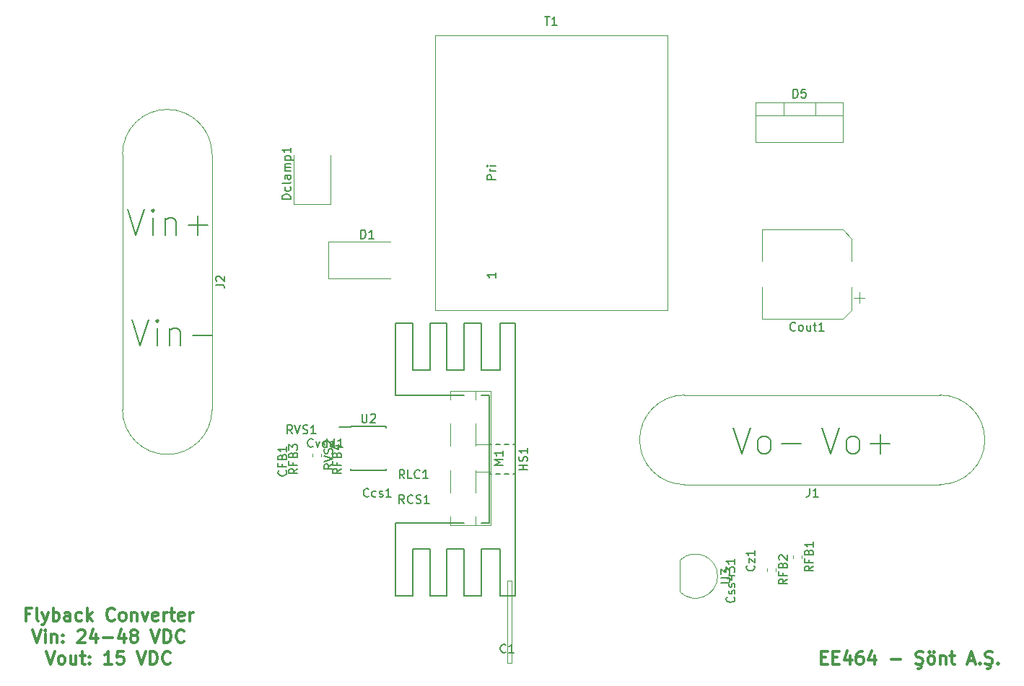
<source format=gbr>
%TF.GenerationSoftware,KiCad,Pcbnew,(5.1.6)-1*%
%TF.CreationDate,2020-06-23T23:46:23+03:00*%
%TF.ProjectId,flyback,666c7962-6163-46b2-9e6b-696361645f70,rev?*%
%TF.SameCoordinates,Original*%
%TF.FileFunction,Legend,Top*%
%TF.FilePolarity,Positive*%
%FSLAX46Y46*%
G04 Gerber Fmt 4.6, Leading zero omitted, Abs format (unit mm)*
G04 Created by KiCad (PCBNEW (5.1.6)-1) date 2020-06-23 23:46:23*
%MOMM*%
%LPD*%
G01*
G04 APERTURE LIST*
%ADD10C,0.150000*%
%ADD11C,0.120000*%
%ADD12C,0.300000*%
G04 APERTURE END LIST*
D10*
X152043428Y-46363142D02*
X153043428Y-49363142D01*
X154043428Y-46363142D01*
X155043428Y-49363142D02*
X155043428Y-47363142D01*
X155043428Y-46363142D02*
X154900571Y-46506000D01*
X155043428Y-46648857D01*
X155186285Y-46506000D01*
X155043428Y-46363142D01*
X155043428Y-46648857D01*
X156472000Y-47363142D02*
X156472000Y-49363142D01*
X156472000Y-47648857D02*
X156614857Y-47506000D01*
X156900571Y-47363142D01*
X157329142Y-47363142D01*
X157614857Y-47506000D01*
X157757714Y-47791714D01*
X157757714Y-49363142D01*
X159186285Y-48220285D02*
X161472000Y-48220285D01*
X160329142Y-49363142D02*
X160329142Y-47077428D01*
D11*
X196596000Y-99568000D02*
X196596000Y-89916000D01*
X197104000Y-99568000D02*
X196596000Y-99568000D01*
X197104000Y-89916000D02*
X197104000Y-99568000D01*
X196596000Y-89916000D02*
X197104000Y-89916000D01*
D10*
X233529714Y-72017142D02*
X234529714Y-75017142D01*
X235529714Y-72017142D01*
X236958285Y-75017142D02*
X236672571Y-74874285D01*
X236529714Y-74731428D01*
X236386857Y-74445714D01*
X236386857Y-73588571D01*
X236529714Y-73302857D01*
X236672571Y-73160000D01*
X236958285Y-73017142D01*
X237386857Y-73017142D01*
X237672571Y-73160000D01*
X237815428Y-73302857D01*
X237958285Y-73588571D01*
X237958285Y-74445714D01*
X237815428Y-74731428D01*
X237672571Y-74874285D01*
X237386857Y-75017142D01*
X236958285Y-75017142D01*
X239244000Y-73874285D02*
X241529714Y-73874285D01*
X240386857Y-75017142D02*
X240386857Y-72731428D01*
X223115714Y-72017142D02*
X224115714Y-75017142D01*
X225115714Y-72017142D01*
X226544285Y-75017142D02*
X226258571Y-74874285D01*
X226115714Y-74731428D01*
X225972857Y-74445714D01*
X225972857Y-73588571D01*
X226115714Y-73302857D01*
X226258571Y-73160000D01*
X226544285Y-73017142D01*
X226972857Y-73017142D01*
X227258571Y-73160000D01*
X227401428Y-73302857D01*
X227544285Y-73588571D01*
X227544285Y-74445714D01*
X227401428Y-74731428D01*
X227258571Y-74874285D01*
X226972857Y-75017142D01*
X226544285Y-75017142D01*
X228830000Y-73874285D02*
X231115714Y-73874285D01*
D12*
X233482857Y-98952857D02*
X233982857Y-98952857D01*
X234197142Y-99738571D02*
X233482857Y-99738571D01*
X233482857Y-98238571D01*
X234197142Y-98238571D01*
X234839999Y-98952857D02*
X235339999Y-98952857D01*
X235554285Y-99738571D02*
X234839999Y-99738571D01*
X234839999Y-98238571D01*
X235554285Y-98238571D01*
X236839999Y-98738571D02*
X236839999Y-99738571D01*
X236482857Y-98167142D02*
X236125714Y-99238571D01*
X237054285Y-99238571D01*
X238268571Y-98238571D02*
X237982857Y-98238571D01*
X237839999Y-98310000D01*
X237768571Y-98381428D01*
X237625714Y-98595714D01*
X237554285Y-98881428D01*
X237554285Y-99452857D01*
X237625714Y-99595714D01*
X237697142Y-99667142D01*
X237839999Y-99738571D01*
X238125714Y-99738571D01*
X238268571Y-99667142D01*
X238339999Y-99595714D01*
X238411428Y-99452857D01*
X238411428Y-99095714D01*
X238339999Y-98952857D01*
X238268571Y-98881428D01*
X238125714Y-98810000D01*
X237839999Y-98810000D01*
X237697142Y-98881428D01*
X237625714Y-98952857D01*
X237554285Y-99095714D01*
X239697142Y-98738571D02*
X239697142Y-99738571D01*
X239339999Y-98167142D02*
X238982857Y-99238571D01*
X239911428Y-99238571D01*
X241625714Y-99167142D02*
X242768571Y-99167142D01*
X244554285Y-99667142D02*
X244768571Y-99738571D01*
X245125714Y-99738571D01*
X245268571Y-99667142D01*
X245339999Y-99595714D01*
X245411428Y-99452857D01*
X245411428Y-99310000D01*
X245339999Y-99167142D01*
X245268571Y-99095714D01*
X245125714Y-99024285D01*
X244839999Y-98952857D01*
X244697142Y-98881428D01*
X244625714Y-98810000D01*
X244554285Y-98667142D01*
X244554285Y-98524285D01*
X244625714Y-98381428D01*
X244697142Y-98310000D01*
X244839999Y-98238571D01*
X245197142Y-98238571D01*
X245411428Y-98310000D01*
X244982857Y-99810000D02*
X245125714Y-99881428D01*
X245197142Y-100024285D01*
X245125714Y-100167142D01*
X244982857Y-100238571D01*
X244768571Y-100238571D01*
X246268571Y-99738571D02*
X246125714Y-99667142D01*
X246054285Y-99595714D01*
X245982857Y-99452857D01*
X245982857Y-99024285D01*
X246054285Y-98881428D01*
X246125714Y-98810000D01*
X246268571Y-98738571D01*
X246482857Y-98738571D01*
X246625714Y-98810000D01*
X246697142Y-98881428D01*
X246768571Y-99024285D01*
X246768571Y-99452857D01*
X246697142Y-99595714D01*
X246625714Y-99667142D01*
X246482857Y-99738571D01*
X246268571Y-99738571D01*
X246125714Y-98238571D02*
X246197142Y-98310000D01*
X246125714Y-98381428D01*
X246054285Y-98310000D01*
X246125714Y-98238571D01*
X246125714Y-98381428D01*
X246697142Y-98238571D02*
X246768571Y-98310000D01*
X246697142Y-98381428D01*
X246625714Y-98310000D01*
X246697142Y-98238571D01*
X246697142Y-98381428D01*
X247411428Y-98738571D02*
X247411428Y-99738571D01*
X247411428Y-98881428D02*
X247482857Y-98810000D01*
X247625714Y-98738571D01*
X247839999Y-98738571D01*
X247982857Y-98810000D01*
X248054285Y-98952857D01*
X248054285Y-99738571D01*
X248554285Y-98738571D02*
X249125714Y-98738571D01*
X248768571Y-98238571D02*
X248768571Y-99524285D01*
X248839999Y-99667142D01*
X248982857Y-99738571D01*
X249125714Y-99738571D01*
X250697142Y-99310000D02*
X251411428Y-99310000D01*
X250554285Y-99738571D02*
X251054285Y-98238571D01*
X251554285Y-99738571D01*
X252054285Y-99595714D02*
X252125714Y-99667142D01*
X252054285Y-99738571D01*
X251982857Y-99667142D01*
X252054285Y-99595714D01*
X252054285Y-99738571D01*
X252697142Y-99667142D02*
X252911428Y-99738571D01*
X253268571Y-99738571D01*
X253411428Y-99667142D01*
X253482857Y-99595714D01*
X253554285Y-99452857D01*
X253554285Y-99310000D01*
X253482857Y-99167142D01*
X253411428Y-99095714D01*
X253268571Y-99024285D01*
X252982857Y-98952857D01*
X252839999Y-98881428D01*
X252768571Y-98810000D01*
X252697142Y-98667142D01*
X252697142Y-98524285D01*
X252768571Y-98381428D01*
X252839999Y-98310000D01*
X252982857Y-98238571D01*
X253339999Y-98238571D01*
X253554285Y-98310000D01*
X253125714Y-99810000D02*
X253268571Y-99881428D01*
X253339999Y-100024285D01*
X253268571Y-100167142D01*
X253125714Y-100238571D01*
X252911428Y-100238571D01*
X254197142Y-99595714D02*
X254268571Y-99667142D01*
X254197142Y-99738571D01*
X254125714Y-99667142D01*
X254197142Y-99595714D01*
X254197142Y-99738571D01*
X140610000Y-93862857D02*
X140110000Y-93862857D01*
X140110000Y-94648571D02*
X140110000Y-93148571D01*
X140824285Y-93148571D01*
X141610000Y-94648571D02*
X141467142Y-94577142D01*
X141395714Y-94434285D01*
X141395714Y-93148571D01*
X142038571Y-93648571D02*
X142395714Y-94648571D01*
X142752857Y-93648571D02*
X142395714Y-94648571D01*
X142252857Y-95005714D01*
X142181428Y-95077142D01*
X142038571Y-95148571D01*
X143324285Y-94648571D02*
X143324285Y-93148571D01*
X143324285Y-93720000D02*
X143467142Y-93648571D01*
X143752857Y-93648571D01*
X143895714Y-93720000D01*
X143967142Y-93791428D01*
X144038571Y-93934285D01*
X144038571Y-94362857D01*
X143967142Y-94505714D01*
X143895714Y-94577142D01*
X143752857Y-94648571D01*
X143467142Y-94648571D01*
X143324285Y-94577142D01*
X145324285Y-94648571D02*
X145324285Y-93862857D01*
X145252857Y-93720000D01*
X145110000Y-93648571D01*
X144824285Y-93648571D01*
X144681428Y-93720000D01*
X145324285Y-94577142D02*
X145181428Y-94648571D01*
X144824285Y-94648571D01*
X144681428Y-94577142D01*
X144610000Y-94434285D01*
X144610000Y-94291428D01*
X144681428Y-94148571D01*
X144824285Y-94077142D01*
X145181428Y-94077142D01*
X145324285Y-94005714D01*
X146681428Y-94577142D02*
X146538571Y-94648571D01*
X146252857Y-94648571D01*
X146110000Y-94577142D01*
X146038571Y-94505714D01*
X145967142Y-94362857D01*
X145967142Y-93934285D01*
X146038571Y-93791428D01*
X146110000Y-93720000D01*
X146252857Y-93648571D01*
X146538571Y-93648571D01*
X146681428Y-93720000D01*
X147324285Y-94648571D02*
X147324285Y-93148571D01*
X147467142Y-94077142D02*
X147895714Y-94648571D01*
X147895714Y-93648571D02*
X147324285Y-94220000D01*
X150538571Y-94505714D02*
X150467142Y-94577142D01*
X150252857Y-94648571D01*
X150110000Y-94648571D01*
X149895714Y-94577142D01*
X149752857Y-94434285D01*
X149681428Y-94291428D01*
X149610000Y-94005714D01*
X149610000Y-93791428D01*
X149681428Y-93505714D01*
X149752857Y-93362857D01*
X149895714Y-93220000D01*
X150110000Y-93148571D01*
X150252857Y-93148571D01*
X150467142Y-93220000D01*
X150538571Y-93291428D01*
X151395714Y-94648571D02*
X151252857Y-94577142D01*
X151181428Y-94505714D01*
X151110000Y-94362857D01*
X151110000Y-93934285D01*
X151181428Y-93791428D01*
X151252857Y-93720000D01*
X151395714Y-93648571D01*
X151610000Y-93648571D01*
X151752857Y-93720000D01*
X151824285Y-93791428D01*
X151895714Y-93934285D01*
X151895714Y-94362857D01*
X151824285Y-94505714D01*
X151752857Y-94577142D01*
X151610000Y-94648571D01*
X151395714Y-94648571D01*
X152538571Y-93648571D02*
X152538571Y-94648571D01*
X152538571Y-93791428D02*
X152610000Y-93720000D01*
X152752857Y-93648571D01*
X152967142Y-93648571D01*
X153110000Y-93720000D01*
X153181428Y-93862857D01*
X153181428Y-94648571D01*
X153752857Y-93648571D02*
X154110000Y-94648571D01*
X154467142Y-93648571D01*
X155610000Y-94577142D02*
X155467142Y-94648571D01*
X155181428Y-94648571D01*
X155038571Y-94577142D01*
X154967142Y-94434285D01*
X154967142Y-93862857D01*
X155038571Y-93720000D01*
X155181428Y-93648571D01*
X155467142Y-93648571D01*
X155610000Y-93720000D01*
X155681428Y-93862857D01*
X155681428Y-94005714D01*
X154967142Y-94148571D01*
X156324285Y-94648571D02*
X156324285Y-93648571D01*
X156324285Y-93934285D02*
X156395714Y-93791428D01*
X156467142Y-93720000D01*
X156610000Y-93648571D01*
X156752857Y-93648571D01*
X157038571Y-93648571D02*
X157610000Y-93648571D01*
X157252857Y-93148571D02*
X157252857Y-94434285D01*
X157324285Y-94577142D01*
X157467142Y-94648571D01*
X157610000Y-94648571D01*
X158681428Y-94577142D02*
X158538571Y-94648571D01*
X158252857Y-94648571D01*
X158110000Y-94577142D01*
X158038571Y-94434285D01*
X158038571Y-93862857D01*
X158110000Y-93720000D01*
X158252857Y-93648571D01*
X158538571Y-93648571D01*
X158681428Y-93720000D01*
X158752857Y-93862857D01*
X158752857Y-94005714D01*
X158038571Y-94148571D01*
X159395714Y-94648571D02*
X159395714Y-93648571D01*
X159395714Y-93934285D02*
X159467142Y-93791428D01*
X159538571Y-93720000D01*
X159681428Y-93648571D01*
X159824285Y-93648571D01*
X140895714Y-95698571D02*
X141395714Y-97198571D01*
X141895714Y-95698571D01*
X142395714Y-97198571D02*
X142395714Y-96198571D01*
X142395714Y-95698571D02*
X142324285Y-95770000D01*
X142395714Y-95841428D01*
X142467142Y-95770000D01*
X142395714Y-95698571D01*
X142395714Y-95841428D01*
X143110000Y-96198571D02*
X143110000Y-97198571D01*
X143110000Y-96341428D02*
X143181428Y-96270000D01*
X143324285Y-96198571D01*
X143538571Y-96198571D01*
X143681428Y-96270000D01*
X143752857Y-96412857D01*
X143752857Y-97198571D01*
X144467142Y-97055714D02*
X144538571Y-97127142D01*
X144467142Y-97198571D01*
X144395714Y-97127142D01*
X144467142Y-97055714D01*
X144467142Y-97198571D01*
X144467142Y-96270000D02*
X144538571Y-96341428D01*
X144467142Y-96412857D01*
X144395714Y-96341428D01*
X144467142Y-96270000D01*
X144467142Y-96412857D01*
X146252857Y-95841428D02*
X146324285Y-95770000D01*
X146467142Y-95698571D01*
X146824285Y-95698571D01*
X146967142Y-95770000D01*
X147038571Y-95841428D01*
X147110000Y-95984285D01*
X147110000Y-96127142D01*
X147038571Y-96341428D01*
X146181428Y-97198571D01*
X147110000Y-97198571D01*
X148395714Y-96198571D02*
X148395714Y-97198571D01*
X148038571Y-95627142D02*
X147681428Y-96698571D01*
X148610000Y-96698571D01*
X149181428Y-96627142D02*
X150324285Y-96627142D01*
X151681428Y-96198571D02*
X151681428Y-97198571D01*
X151324285Y-95627142D02*
X150967142Y-96698571D01*
X151895714Y-96698571D01*
X152681428Y-96341428D02*
X152538571Y-96270000D01*
X152467142Y-96198571D01*
X152395714Y-96055714D01*
X152395714Y-95984285D01*
X152467142Y-95841428D01*
X152538571Y-95770000D01*
X152681428Y-95698571D01*
X152967142Y-95698571D01*
X153110000Y-95770000D01*
X153181428Y-95841428D01*
X153252857Y-95984285D01*
X153252857Y-96055714D01*
X153181428Y-96198571D01*
X153110000Y-96270000D01*
X152967142Y-96341428D01*
X152681428Y-96341428D01*
X152538571Y-96412857D01*
X152467142Y-96484285D01*
X152395714Y-96627142D01*
X152395714Y-96912857D01*
X152467142Y-97055714D01*
X152538571Y-97127142D01*
X152681428Y-97198571D01*
X152967142Y-97198571D01*
X153110000Y-97127142D01*
X153181428Y-97055714D01*
X153252857Y-96912857D01*
X153252857Y-96627142D01*
X153181428Y-96484285D01*
X153110000Y-96412857D01*
X152967142Y-96341428D01*
X154824285Y-95698571D02*
X155324285Y-97198571D01*
X155824285Y-95698571D01*
X156324285Y-97198571D02*
X156324285Y-95698571D01*
X156681428Y-95698571D01*
X156895714Y-95770000D01*
X157038571Y-95912857D01*
X157110000Y-96055714D01*
X157181428Y-96341428D01*
X157181428Y-96555714D01*
X157110000Y-96841428D01*
X157038571Y-96984285D01*
X156895714Y-97127142D01*
X156681428Y-97198571D01*
X156324285Y-97198571D01*
X158681428Y-97055714D02*
X158610000Y-97127142D01*
X158395714Y-97198571D01*
X158252857Y-97198571D01*
X158038571Y-97127142D01*
X157895714Y-96984285D01*
X157824285Y-96841428D01*
X157752857Y-96555714D01*
X157752857Y-96341428D01*
X157824285Y-96055714D01*
X157895714Y-95912857D01*
X158038571Y-95770000D01*
X158252857Y-95698571D01*
X158395714Y-95698571D01*
X158610000Y-95770000D01*
X158681428Y-95841428D01*
X142502857Y-98248571D02*
X143002857Y-99748571D01*
X143502857Y-98248571D01*
X144217142Y-99748571D02*
X144074285Y-99677142D01*
X144002857Y-99605714D01*
X143931428Y-99462857D01*
X143931428Y-99034285D01*
X144002857Y-98891428D01*
X144074285Y-98820000D01*
X144217142Y-98748571D01*
X144431428Y-98748571D01*
X144574285Y-98820000D01*
X144645714Y-98891428D01*
X144717142Y-99034285D01*
X144717142Y-99462857D01*
X144645714Y-99605714D01*
X144574285Y-99677142D01*
X144431428Y-99748571D01*
X144217142Y-99748571D01*
X146002857Y-98748571D02*
X146002857Y-99748571D01*
X145360000Y-98748571D02*
X145360000Y-99534285D01*
X145431428Y-99677142D01*
X145574285Y-99748571D01*
X145788571Y-99748571D01*
X145931428Y-99677142D01*
X146002857Y-99605714D01*
X146502857Y-98748571D02*
X147074285Y-98748571D01*
X146717142Y-98248571D02*
X146717142Y-99534285D01*
X146788571Y-99677142D01*
X146931428Y-99748571D01*
X147074285Y-99748571D01*
X147574285Y-99605714D02*
X147645714Y-99677142D01*
X147574285Y-99748571D01*
X147502857Y-99677142D01*
X147574285Y-99605714D01*
X147574285Y-99748571D01*
X147574285Y-98820000D02*
X147645714Y-98891428D01*
X147574285Y-98962857D01*
X147502857Y-98891428D01*
X147574285Y-98820000D01*
X147574285Y-98962857D01*
X150217142Y-99748571D02*
X149360000Y-99748571D01*
X149788571Y-99748571D02*
X149788571Y-98248571D01*
X149645714Y-98462857D01*
X149502857Y-98605714D01*
X149360000Y-98677142D01*
X151574285Y-98248571D02*
X150860000Y-98248571D01*
X150788571Y-98962857D01*
X150860000Y-98891428D01*
X151002857Y-98820000D01*
X151360000Y-98820000D01*
X151502857Y-98891428D01*
X151574285Y-98962857D01*
X151645714Y-99105714D01*
X151645714Y-99462857D01*
X151574285Y-99605714D01*
X151502857Y-99677142D01*
X151360000Y-99748571D01*
X151002857Y-99748571D01*
X150860000Y-99677142D01*
X150788571Y-99605714D01*
X153217142Y-98248571D02*
X153717142Y-99748571D01*
X154217142Y-98248571D01*
X154717142Y-99748571D02*
X154717142Y-98248571D01*
X155074285Y-98248571D01*
X155288571Y-98320000D01*
X155431428Y-98462857D01*
X155502857Y-98605714D01*
X155574285Y-98891428D01*
X155574285Y-99105714D01*
X155502857Y-99391428D01*
X155431428Y-99534285D01*
X155288571Y-99677142D01*
X155074285Y-99748571D01*
X154717142Y-99748571D01*
X157074285Y-99605714D02*
X157002857Y-99677142D01*
X156788571Y-99748571D01*
X156645714Y-99748571D01*
X156431428Y-99677142D01*
X156288571Y-99534285D01*
X156217142Y-99391428D01*
X156145714Y-99105714D01*
X156145714Y-98891428D01*
X156217142Y-98605714D01*
X156288571Y-98462857D01*
X156431428Y-98320000D01*
X156645714Y-98248571D01*
X156788571Y-98248571D01*
X157002857Y-98320000D01*
X157074285Y-98391428D01*
D10*
X152551428Y-59317142D02*
X153551428Y-62317142D01*
X154551428Y-59317142D01*
X155551428Y-62317142D02*
X155551428Y-60317142D01*
X155551428Y-59317142D02*
X155408571Y-59460000D01*
X155551428Y-59602857D01*
X155694285Y-59460000D01*
X155551428Y-59317142D01*
X155551428Y-59602857D01*
X156980000Y-60317142D02*
X156980000Y-62317142D01*
X156980000Y-60602857D02*
X157122857Y-60460000D01*
X157408571Y-60317142D01*
X157837142Y-60317142D01*
X158122857Y-60460000D01*
X158265714Y-60745714D01*
X158265714Y-62317142D01*
X159694285Y-61174285D02*
X161980000Y-61174285D01*
%TO.C,HS1*%
X197532000Y-59692000D02*
X197532000Y-91692000D01*
X194532000Y-68192000D02*
X194532000Y-83192000D01*
X183532000Y-68192000D02*
X183532000Y-59692000D01*
X183532000Y-83192000D02*
X183532000Y-91692000D01*
X194532000Y-83192000D02*
X193532000Y-83192000D01*
X194532000Y-68192000D02*
X193532000Y-68192000D01*
X191532000Y-68192000D02*
X183532000Y-68192000D01*
X191532000Y-83192000D02*
X183532000Y-83192000D01*
X193532000Y-65192000D02*
X193532000Y-59692000D01*
X191532000Y-59692000D02*
X191532000Y-65192000D01*
X193532000Y-86192000D02*
X193532000Y-91692000D01*
X191532000Y-86192000D02*
X191532000Y-91692000D01*
X195782000Y-86192000D02*
X195782000Y-91692000D01*
X185532000Y-86192000D02*
X185532000Y-91692000D01*
X189532000Y-86192000D02*
X189532000Y-91692000D01*
X187532000Y-86192000D02*
X187532000Y-91692000D01*
X185532000Y-65192000D02*
X185532000Y-59692000D01*
X187532000Y-59692000D02*
X187532000Y-65192000D01*
X189532000Y-65192000D02*
X189532000Y-59692000D01*
X195782000Y-65192000D02*
X195782000Y-59692000D01*
X197532000Y-91692000D02*
X195782000Y-91692000D01*
X195782000Y-59692000D02*
X197532000Y-59692000D01*
X195782000Y-65192000D02*
X193532000Y-65192000D01*
X191532000Y-65192000D02*
X189532000Y-65192000D01*
X193532000Y-59692000D02*
X191532000Y-59692000D01*
X189532000Y-59692000D02*
X187532000Y-59692000D01*
X187532000Y-65192000D02*
X185532000Y-65192000D01*
X185532000Y-59692000D02*
X183532000Y-59692000D01*
X187532000Y-86192000D02*
X185532000Y-86192000D01*
X191532000Y-86192000D02*
X189532000Y-86192000D01*
X195782000Y-86192000D02*
X193532000Y-86192000D01*
X193532000Y-91692000D02*
X191532000Y-91692000D01*
X189532000Y-91692000D02*
X187532000Y-91692000D01*
X185532000Y-91692000D02*
X183532000Y-91692000D01*
X196782000Y-73942000D02*
X196282000Y-73942000D01*
X195782000Y-73942000D02*
X195282000Y-73942000D01*
X196782000Y-77442000D02*
X196282000Y-77442000D01*
X195782000Y-77442000D02*
X195282000Y-77442000D01*
X194782000Y-77442000D02*
X194532000Y-77442000D01*
X194782000Y-73942000D02*
X194532000Y-73942000D01*
X197282000Y-73942000D02*
X197532000Y-73942000D01*
X197282000Y-77442000D02*
X197532000Y-77442000D01*
D11*
%TO.C,D5*%
X232737000Y-33814000D02*
X232737000Y-35324000D01*
X229036000Y-33814000D02*
X229036000Y-35324000D01*
X225766000Y-35324000D02*
X236006000Y-35324000D01*
X236006000Y-33814000D02*
X236006000Y-38455000D01*
X225766000Y-33814000D02*
X225766000Y-38455000D01*
X225766000Y-38455000D02*
X236006000Y-38455000D01*
X225766000Y-33814000D02*
X236006000Y-33814000D01*
%TO.C,U3*%
X216844000Y-87608000D02*
X216844000Y-91208000D01*
X216855522Y-91246478D02*
G75*
G03*
X221294000Y-89408000I1838478J1838478D01*
G01*
X216855522Y-87569522D02*
G75*
G02*
X221294000Y-89408000I1838478J-1838478D01*
G01*
%TO.C,Cout1*%
X237900000Y-57360000D02*
X237900000Y-56110000D01*
X238525000Y-56735000D02*
X237275000Y-56735000D01*
X237035000Y-49779437D02*
X235970563Y-48715000D01*
X237035000Y-58170563D02*
X235970563Y-59235000D01*
X237035000Y-58170563D02*
X237035000Y-55485000D01*
X237035000Y-49779437D02*
X237035000Y-52465000D01*
X235970563Y-48715000D02*
X226515000Y-48715000D01*
X235970563Y-59235000D02*
X226515000Y-59235000D01*
X226515000Y-59235000D02*
X226515000Y-55485000D01*
X226515000Y-48715000D02*
X226515000Y-52465000D01*
%TO.C,Dclamp1*%
X171586000Y-45714000D02*
X171586000Y-40014000D01*
X175886000Y-45714000D02*
X175886000Y-40014000D01*
X171586000Y-45714000D02*
X175886000Y-45714000D01*
%TO.C,D1*%
X175580000Y-50174000D02*
X182880000Y-50174000D01*
X175580000Y-54474000D02*
X182880000Y-54474000D01*
X175580000Y-50174000D02*
X175580000Y-54474000D01*
%TO.C,J1*%
X247394000Y-68156000D02*
X217394000Y-68156000D01*
X217394000Y-78656000D02*
X247394000Y-78656000D01*
X247394000Y-78656000D02*
G75*
G03*
X247394000Y-68156000I0J5250000D01*
G01*
X217394000Y-68156000D02*
G75*
G03*
X217394000Y-78656000I0J-5250000D01*
G01*
%TO.C,J2*%
X151468000Y-39880000D02*
X151468000Y-69880000D01*
X161968000Y-69880000D02*
X161968000Y-39880000D01*
X161968000Y-39880000D02*
G75*
G03*
X151468000Y-39880000I-5250000J0D01*
G01*
X151468000Y-69880000D02*
G75*
G03*
X161968000Y-69880000I5250000J0D01*
G01*
%TO.C,RFB2*%
X227074000Y-88483221D02*
X227074000Y-88808779D01*
X228094000Y-88483221D02*
X228094000Y-88808779D01*
%TO.C,RFB1*%
X230122000Y-86959221D02*
X230122000Y-87284779D01*
X231142000Y-86959221D02*
X231142000Y-87284779D01*
%TO.C,RVS2*%
X174754000Y-75021221D02*
X174754000Y-75346779D01*
X173734000Y-75021221D02*
X173734000Y-75346779D01*
D10*
%TO.C,U2*%
X178265000Y-71847000D02*
X178265000Y-71897000D01*
X182415000Y-71847000D02*
X182415000Y-71992000D01*
X182415000Y-76997000D02*
X182415000Y-76852000D01*
X178265000Y-76997000D02*
X178265000Y-76852000D01*
X178265000Y-71847000D02*
X182415000Y-71847000D01*
X178265000Y-76997000D02*
X182415000Y-76997000D01*
X178265000Y-71897000D02*
X176865000Y-71897000D01*
D11*
%TO.C,T1*%
X188150000Y-25950000D02*
X215390000Y-25950000D01*
X188150000Y-25950000D02*
X188150000Y-58190000D01*
X215390000Y-58190000D02*
X215390000Y-25950000D01*
X215390000Y-58190000D02*
X188150000Y-58190000D01*
%TO.C,M1*%
X194636000Y-67684000D02*
X194636000Y-83424000D01*
X189896000Y-67684000D02*
X189896000Y-68704000D01*
X189896000Y-71504000D02*
X189896000Y-74155000D01*
X189896000Y-76954000D02*
X189896000Y-79604000D01*
X189896000Y-82404000D02*
X189896000Y-83424000D01*
X194636000Y-67684000D02*
X189896000Y-67684000D01*
X194636000Y-83424000D02*
X189896000Y-83424000D01*
X192896000Y-67684000D02*
X192896000Y-68704000D01*
X192896000Y-71504000D02*
X192896000Y-74155000D01*
X192896000Y-76954000D02*
X192896000Y-79604000D01*
X192896000Y-82404000D02*
X192896000Y-83424000D01*
X194636000Y-73954000D02*
X192896000Y-73954000D01*
X194636000Y-77155000D02*
X192896000Y-77155000D01*
%TO.C,C1*%
D10*
X196429333Y-98301142D02*
X196381714Y-98348761D01*
X196238857Y-98396380D01*
X196143619Y-98396380D01*
X196000761Y-98348761D01*
X195905523Y-98253523D01*
X195857904Y-98158285D01*
X195810285Y-97967809D01*
X195810285Y-97824952D01*
X195857904Y-97634476D01*
X195905523Y-97539238D01*
X196000761Y-97444000D01*
X196143619Y-97396380D01*
X196238857Y-97396380D01*
X196381714Y-97444000D01*
X196429333Y-97491619D01*
X197381714Y-98396380D02*
X196810285Y-98396380D01*
X197096000Y-98396380D02*
X197096000Y-97396380D01*
X197000761Y-97539238D01*
X196905523Y-97634476D01*
X196810285Y-97682095D01*
%TO.C,HS1*%
X198984380Y-76930095D02*
X197984380Y-76930095D01*
X198460571Y-76930095D02*
X198460571Y-76358666D01*
X198984380Y-76358666D02*
X197984380Y-76358666D01*
X198936761Y-75930095D02*
X198984380Y-75787238D01*
X198984380Y-75549142D01*
X198936761Y-75453904D01*
X198889142Y-75406285D01*
X198793904Y-75358666D01*
X198698666Y-75358666D01*
X198603428Y-75406285D01*
X198555809Y-75453904D01*
X198508190Y-75549142D01*
X198460571Y-75739619D01*
X198412952Y-75834857D01*
X198365333Y-75882476D01*
X198270095Y-75930095D01*
X198174857Y-75930095D01*
X198079619Y-75882476D01*
X198032000Y-75834857D01*
X197984380Y-75739619D01*
X197984380Y-75501523D01*
X198032000Y-75358666D01*
X198984380Y-74406285D02*
X198984380Y-74977714D01*
X198984380Y-74692000D02*
X197984380Y-74692000D01*
X198127238Y-74787238D01*
X198222476Y-74882476D01*
X198270095Y-74977714D01*
%TO.C,D5*%
X230147904Y-33266380D02*
X230147904Y-32266380D01*
X230386000Y-32266380D01*
X230528857Y-32314000D01*
X230624095Y-32409238D01*
X230671714Y-32504476D01*
X230719333Y-32694952D01*
X230719333Y-32837809D01*
X230671714Y-33028285D01*
X230624095Y-33123523D01*
X230528857Y-33218761D01*
X230386000Y-33266380D01*
X230147904Y-33266380D01*
X231624095Y-32266380D02*
X231147904Y-32266380D01*
X231100285Y-32742571D01*
X231147904Y-32694952D01*
X231243142Y-32647333D01*
X231481238Y-32647333D01*
X231576476Y-32694952D01*
X231624095Y-32742571D01*
X231671714Y-32837809D01*
X231671714Y-33075904D01*
X231624095Y-33171142D01*
X231576476Y-33218761D01*
X231481238Y-33266380D01*
X231243142Y-33266380D01*
X231147904Y-33218761D01*
X231100285Y-33171142D01*
%TO.C,RVS1*%
X171394571Y-72688380D02*
X171061238Y-72212190D01*
X170823142Y-72688380D02*
X170823142Y-71688380D01*
X171204095Y-71688380D01*
X171299333Y-71736000D01*
X171346952Y-71783619D01*
X171394571Y-71878857D01*
X171394571Y-72021714D01*
X171346952Y-72116952D01*
X171299333Y-72164571D01*
X171204095Y-72212190D01*
X170823142Y-72212190D01*
X171680285Y-71688380D02*
X172013619Y-72688380D01*
X172346952Y-71688380D01*
X172632666Y-72640761D02*
X172775523Y-72688380D01*
X173013619Y-72688380D01*
X173108857Y-72640761D01*
X173156476Y-72593142D01*
X173204095Y-72497904D01*
X173204095Y-72402666D01*
X173156476Y-72307428D01*
X173108857Y-72259809D01*
X173013619Y-72212190D01*
X172823142Y-72164571D01*
X172727904Y-72116952D01*
X172680285Y-72069333D01*
X172632666Y-71974095D01*
X172632666Y-71878857D01*
X172680285Y-71783619D01*
X172727904Y-71736000D01*
X172823142Y-71688380D01*
X173061238Y-71688380D01*
X173204095Y-71736000D01*
X174156476Y-72688380D02*
X173585047Y-72688380D01*
X173870761Y-72688380D02*
X173870761Y-71688380D01*
X173775523Y-71831238D01*
X173680285Y-71926476D01*
X173585047Y-71974095D01*
%TO.C,RLC1*%
X184536571Y-77949380D02*
X184203238Y-77473190D01*
X183965142Y-77949380D02*
X183965142Y-76949380D01*
X184346095Y-76949380D01*
X184441333Y-76997000D01*
X184488952Y-77044619D01*
X184536571Y-77139857D01*
X184536571Y-77282714D01*
X184488952Y-77377952D01*
X184441333Y-77425571D01*
X184346095Y-77473190D01*
X183965142Y-77473190D01*
X185441333Y-77949380D02*
X184965142Y-77949380D01*
X184965142Y-76949380D01*
X186346095Y-77854142D02*
X186298476Y-77901761D01*
X186155619Y-77949380D01*
X186060380Y-77949380D01*
X185917523Y-77901761D01*
X185822285Y-77806523D01*
X185774666Y-77711285D01*
X185727047Y-77520809D01*
X185727047Y-77377952D01*
X185774666Y-77187476D01*
X185822285Y-77092238D01*
X185917523Y-76997000D01*
X186060380Y-76949380D01*
X186155619Y-76949380D01*
X186298476Y-76997000D01*
X186346095Y-77044619D01*
X187298476Y-77949380D02*
X186727047Y-77949380D01*
X187012761Y-77949380D02*
X187012761Y-76949380D01*
X186917523Y-77092238D01*
X186822285Y-77187476D01*
X186727047Y-77235095D01*
%TO.C,RFB3*%
X172002380Y-76787238D02*
X171526190Y-77120571D01*
X172002380Y-77358666D02*
X171002380Y-77358666D01*
X171002380Y-76977714D01*
X171050000Y-76882476D01*
X171097619Y-76834857D01*
X171192857Y-76787238D01*
X171335714Y-76787238D01*
X171430952Y-76834857D01*
X171478571Y-76882476D01*
X171526190Y-76977714D01*
X171526190Y-77358666D01*
X171478571Y-76025333D02*
X171478571Y-76358666D01*
X172002380Y-76358666D02*
X171002380Y-76358666D01*
X171002380Y-75882476D01*
X171478571Y-75168190D02*
X171526190Y-75025333D01*
X171573809Y-74977714D01*
X171669047Y-74930095D01*
X171811904Y-74930095D01*
X171907142Y-74977714D01*
X171954761Y-75025333D01*
X172002380Y-75120571D01*
X172002380Y-75501523D01*
X171002380Y-75501523D01*
X171002380Y-75168190D01*
X171050000Y-75072952D01*
X171097619Y-75025333D01*
X171192857Y-74977714D01*
X171288095Y-74977714D01*
X171383333Y-75025333D01*
X171430952Y-75072952D01*
X171478571Y-75168190D01*
X171478571Y-75501523D01*
X171002380Y-74596761D02*
X171002380Y-73977714D01*
X171383333Y-74311047D01*
X171383333Y-74168190D01*
X171430952Y-74072952D01*
X171478571Y-74025333D01*
X171573809Y-73977714D01*
X171811904Y-73977714D01*
X171907142Y-74025333D01*
X171954761Y-74072952D01*
X172002380Y-74168190D01*
X172002380Y-74453904D01*
X171954761Y-74549142D01*
X171907142Y-74596761D01*
%TO.C,U3*%
X221706380Y-90169904D02*
X222515904Y-90169904D01*
X222611142Y-90122285D01*
X222658761Y-90074666D01*
X222706380Y-89979428D01*
X222706380Y-89788952D01*
X222658761Y-89693714D01*
X222611142Y-89646095D01*
X222515904Y-89598476D01*
X221706380Y-89598476D01*
X221706380Y-89217523D02*
X221706380Y-88598476D01*
X222087333Y-88931809D01*
X222087333Y-88788952D01*
X222134952Y-88693714D01*
X222182571Y-88646095D01*
X222277809Y-88598476D01*
X222515904Y-88598476D01*
X222611142Y-88646095D01*
X222658761Y-88693714D01*
X222706380Y-88788952D01*
X222706380Y-89074666D01*
X222658761Y-89169904D01*
X222611142Y-89217523D01*
%TO.C,Cout1*%
X230417857Y-60532142D02*
X230370238Y-60579761D01*
X230227380Y-60627380D01*
X230132142Y-60627380D01*
X229989285Y-60579761D01*
X229894047Y-60484523D01*
X229846428Y-60389285D01*
X229798809Y-60198809D01*
X229798809Y-60055952D01*
X229846428Y-59865476D01*
X229894047Y-59770238D01*
X229989285Y-59675000D01*
X230132142Y-59627380D01*
X230227380Y-59627380D01*
X230370238Y-59675000D01*
X230417857Y-59722619D01*
X230989285Y-60627380D02*
X230894047Y-60579761D01*
X230846428Y-60532142D01*
X230798809Y-60436904D01*
X230798809Y-60151190D01*
X230846428Y-60055952D01*
X230894047Y-60008333D01*
X230989285Y-59960714D01*
X231132142Y-59960714D01*
X231227380Y-60008333D01*
X231275000Y-60055952D01*
X231322619Y-60151190D01*
X231322619Y-60436904D01*
X231275000Y-60532142D01*
X231227380Y-60579761D01*
X231132142Y-60627380D01*
X230989285Y-60627380D01*
X232179761Y-59960714D02*
X232179761Y-60627380D01*
X231751190Y-59960714D02*
X231751190Y-60484523D01*
X231798809Y-60579761D01*
X231894047Y-60627380D01*
X232036904Y-60627380D01*
X232132142Y-60579761D01*
X232179761Y-60532142D01*
X232513095Y-59960714D02*
X232894047Y-59960714D01*
X232655952Y-59627380D02*
X232655952Y-60484523D01*
X232703571Y-60579761D01*
X232798809Y-60627380D01*
X232894047Y-60627380D01*
X233751190Y-60627380D02*
X233179761Y-60627380D01*
X233465476Y-60627380D02*
X233465476Y-59627380D01*
X233370238Y-59770238D01*
X233275000Y-59865476D01*
X233179761Y-59913095D01*
%TO.C,Dclamp1*%
X171188380Y-45164000D02*
X170188380Y-45164000D01*
X170188380Y-44925904D01*
X170236000Y-44783047D01*
X170331238Y-44687809D01*
X170426476Y-44640190D01*
X170616952Y-44592571D01*
X170759809Y-44592571D01*
X170950285Y-44640190D01*
X171045523Y-44687809D01*
X171140761Y-44783047D01*
X171188380Y-44925904D01*
X171188380Y-45164000D01*
X171140761Y-43735428D02*
X171188380Y-43830666D01*
X171188380Y-44021142D01*
X171140761Y-44116380D01*
X171093142Y-44164000D01*
X170997904Y-44211619D01*
X170712190Y-44211619D01*
X170616952Y-44164000D01*
X170569333Y-44116380D01*
X170521714Y-44021142D01*
X170521714Y-43830666D01*
X170569333Y-43735428D01*
X171188380Y-43164000D02*
X171140761Y-43259238D01*
X171045523Y-43306857D01*
X170188380Y-43306857D01*
X171188380Y-42354476D02*
X170664571Y-42354476D01*
X170569333Y-42402095D01*
X170521714Y-42497333D01*
X170521714Y-42687809D01*
X170569333Y-42783047D01*
X171140761Y-42354476D02*
X171188380Y-42449714D01*
X171188380Y-42687809D01*
X171140761Y-42783047D01*
X171045523Y-42830666D01*
X170950285Y-42830666D01*
X170855047Y-42783047D01*
X170807428Y-42687809D01*
X170807428Y-42449714D01*
X170759809Y-42354476D01*
X171188380Y-41878285D02*
X170521714Y-41878285D01*
X170616952Y-41878285D02*
X170569333Y-41830666D01*
X170521714Y-41735428D01*
X170521714Y-41592571D01*
X170569333Y-41497333D01*
X170664571Y-41449714D01*
X171188380Y-41449714D01*
X170664571Y-41449714D02*
X170569333Y-41402095D01*
X170521714Y-41306857D01*
X170521714Y-41164000D01*
X170569333Y-41068761D01*
X170664571Y-41021142D01*
X171188380Y-41021142D01*
X170521714Y-40544952D02*
X171521714Y-40544952D01*
X170569333Y-40544952D02*
X170521714Y-40449714D01*
X170521714Y-40259238D01*
X170569333Y-40164000D01*
X170616952Y-40116380D01*
X170712190Y-40068761D01*
X170997904Y-40068761D01*
X171093142Y-40116380D01*
X171140761Y-40164000D01*
X171188380Y-40259238D01*
X171188380Y-40449714D01*
X171140761Y-40544952D01*
X171188380Y-39116380D02*
X171188380Y-39687809D01*
X171188380Y-39402095D02*
X170188380Y-39402095D01*
X170331238Y-39497333D01*
X170426476Y-39592571D01*
X170474095Y-39687809D01*
%TO.C,D1*%
X179441904Y-49776380D02*
X179441904Y-48776380D01*
X179680000Y-48776380D01*
X179822857Y-48824000D01*
X179918095Y-48919238D01*
X179965714Y-49014476D01*
X180013333Y-49204952D01*
X180013333Y-49347809D01*
X179965714Y-49538285D01*
X179918095Y-49633523D01*
X179822857Y-49728761D01*
X179680000Y-49776380D01*
X179441904Y-49776380D01*
X180965714Y-49776380D02*
X180394285Y-49776380D01*
X180680000Y-49776380D02*
X180680000Y-48776380D01*
X180584761Y-48919238D01*
X180489523Y-49014476D01*
X180394285Y-49062095D01*
%TO.C,J1*%
X232075666Y-79098380D02*
X232075666Y-79812666D01*
X232028047Y-79955523D01*
X231932809Y-80050761D01*
X231789952Y-80098380D01*
X231694714Y-80098380D01*
X233075666Y-80098380D02*
X232504238Y-80098380D01*
X232789952Y-80098380D02*
X232789952Y-79098380D01*
X232694714Y-79241238D01*
X232599476Y-79336476D01*
X232504238Y-79384095D01*
%TO.C,J2*%
X162410380Y-55198333D02*
X163124666Y-55198333D01*
X163267523Y-55245952D01*
X163362761Y-55341190D01*
X163410380Y-55484047D01*
X163410380Y-55579285D01*
X162505619Y-54769761D02*
X162458000Y-54722142D01*
X162410380Y-54626904D01*
X162410380Y-54388809D01*
X162458000Y-54293571D01*
X162505619Y-54245952D01*
X162600857Y-54198333D01*
X162696095Y-54198333D01*
X162838952Y-54245952D01*
X163410380Y-54817380D01*
X163410380Y-54198333D01*
%TO.C,RFB2*%
X229466380Y-89741238D02*
X228990190Y-90074571D01*
X229466380Y-90312666D02*
X228466380Y-90312666D01*
X228466380Y-89931714D01*
X228514000Y-89836476D01*
X228561619Y-89788857D01*
X228656857Y-89741238D01*
X228799714Y-89741238D01*
X228894952Y-89788857D01*
X228942571Y-89836476D01*
X228990190Y-89931714D01*
X228990190Y-90312666D01*
X228942571Y-88979333D02*
X228942571Y-89312666D01*
X229466380Y-89312666D02*
X228466380Y-89312666D01*
X228466380Y-88836476D01*
X228942571Y-88122190D02*
X228990190Y-87979333D01*
X229037809Y-87931714D01*
X229133047Y-87884095D01*
X229275904Y-87884095D01*
X229371142Y-87931714D01*
X229418761Y-87979333D01*
X229466380Y-88074571D01*
X229466380Y-88455523D01*
X228466380Y-88455523D01*
X228466380Y-88122190D01*
X228514000Y-88026952D01*
X228561619Y-87979333D01*
X228656857Y-87931714D01*
X228752095Y-87931714D01*
X228847333Y-87979333D01*
X228894952Y-88026952D01*
X228942571Y-88122190D01*
X228942571Y-88455523D01*
X228561619Y-87503142D02*
X228514000Y-87455523D01*
X228466380Y-87360285D01*
X228466380Y-87122190D01*
X228514000Y-87026952D01*
X228561619Y-86979333D01*
X228656857Y-86931714D01*
X228752095Y-86931714D01*
X228894952Y-86979333D01*
X229466380Y-87550761D01*
X229466380Y-86931714D01*
%TO.C,RFB1*%
X232514380Y-88217238D02*
X232038190Y-88550571D01*
X232514380Y-88788666D02*
X231514380Y-88788666D01*
X231514380Y-88407714D01*
X231562000Y-88312476D01*
X231609619Y-88264857D01*
X231704857Y-88217238D01*
X231847714Y-88217238D01*
X231942952Y-88264857D01*
X231990571Y-88312476D01*
X232038190Y-88407714D01*
X232038190Y-88788666D01*
X231990571Y-87455333D02*
X231990571Y-87788666D01*
X232514380Y-87788666D02*
X231514380Y-87788666D01*
X231514380Y-87312476D01*
X231990571Y-86598190D02*
X232038190Y-86455333D01*
X232085809Y-86407714D01*
X232181047Y-86360095D01*
X232323904Y-86360095D01*
X232419142Y-86407714D01*
X232466761Y-86455333D01*
X232514380Y-86550571D01*
X232514380Y-86931523D01*
X231514380Y-86931523D01*
X231514380Y-86598190D01*
X231562000Y-86502952D01*
X231609619Y-86455333D01*
X231704857Y-86407714D01*
X231800095Y-86407714D01*
X231895333Y-86455333D01*
X231942952Y-86502952D01*
X231990571Y-86598190D01*
X231990571Y-86931523D01*
X232514380Y-85407714D02*
X232514380Y-85979142D01*
X232514380Y-85693428D02*
X231514380Y-85693428D01*
X231657238Y-85788666D01*
X231752476Y-85883904D01*
X231800095Y-85979142D01*
%TO.C,RFB4*%
X177136380Y-76787238D02*
X176660190Y-77120571D01*
X177136380Y-77358666D02*
X176136380Y-77358666D01*
X176136380Y-76977714D01*
X176184000Y-76882476D01*
X176231619Y-76834857D01*
X176326857Y-76787238D01*
X176469714Y-76787238D01*
X176564952Y-76834857D01*
X176612571Y-76882476D01*
X176660190Y-76977714D01*
X176660190Y-77358666D01*
X176612571Y-76025333D02*
X176612571Y-76358666D01*
X177136380Y-76358666D02*
X176136380Y-76358666D01*
X176136380Y-75882476D01*
X176612571Y-75168190D02*
X176660190Y-75025333D01*
X176707809Y-74977714D01*
X176803047Y-74930095D01*
X176945904Y-74930095D01*
X177041142Y-74977714D01*
X177088761Y-75025333D01*
X177136380Y-75120571D01*
X177136380Y-75501523D01*
X176136380Y-75501523D01*
X176136380Y-75168190D01*
X176184000Y-75072952D01*
X176231619Y-75025333D01*
X176326857Y-74977714D01*
X176422095Y-74977714D01*
X176517333Y-75025333D01*
X176564952Y-75072952D01*
X176612571Y-75168190D01*
X176612571Y-75501523D01*
X176469714Y-74072952D02*
X177136380Y-74072952D01*
X176088761Y-74311047D02*
X176803047Y-74549142D01*
X176803047Y-73930095D01*
%TO.C,RVS2*%
X176126380Y-76255428D02*
X175650190Y-76588761D01*
X176126380Y-76826857D02*
X175126380Y-76826857D01*
X175126380Y-76445904D01*
X175174000Y-76350666D01*
X175221619Y-76303047D01*
X175316857Y-76255428D01*
X175459714Y-76255428D01*
X175554952Y-76303047D01*
X175602571Y-76350666D01*
X175650190Y-76445904D01*
X175650190Y-76826857D01*
X175126380Y-75969714D02*
X176126380Y-75636380D01*
X175126380Y-75303047D01*
X176078761Y-75017333D02*
X176126380Y-74874476D01*
X176126380Y-74636380D01*
X176078761Y-74541142D01*
X176031142Y-74493523D01*
X175935904Y-74445904D01*
X175840666Y-74445904D01*
X175745428Y-74493523D01*
X175697809Y-74541142D01*
X175650190Y-74636380D01*
X175602571Y-74826857D01*
X175554952Y-74922095D01*
X175507333Y-74969714D01*
X175412095Y-75017333D01*
X175316857Y-75017333D01*
X175221619Y-74969714D01*
X175174000Y-74922095D01*
X175126380Y-74826857D01*
X175126380Y-74588761D01*
X175174000Y-74445904D01*
X175221619Y-74064952D02*
X175174000Y-74017333D01*
X175126380Y-73922095D01*
X175126380Y-73684000D01*
X175174000Y-73588761D01*
X175221619Y-73541142D01*
X175316857Y-73493523D01*
X175412095Y-73493523D01*
X175554952Y-73541142D01*
X176126380Y-74112571D01*
X176126380Y-73493523D01*
%TO.C,CFB1*%
X170637142Y-77018238D02*
X170684761Y-77065857D01*
X170732380Y-77208714D01*
X170732380Y-77303952D01*
X170684761Y-77446809D01*
X170589523Y-77542047D01*
X170494285Y-77589666D01*
X170303809Y-77637285D01*
X170160952Y-77637285D01*
X169970476Y-77589666D01*
X169875238Y-77542047D01*
X169780000Y-77446809D01*
X169732380Y-77303952D01*
X169732380Y-77208714D01*
X169780000Y-77065857D01*
X169827619Y-77018238D01*
X170208571Y-76256333D02*
X170208571Y-76589666D01*
X170732380Y-76589666D02*
X169732380Y-76589666D01*
X169732380Y-76113476D01*
X170208571Y-75399190D02*
X170256190Y-75256333D01*
X170303809Y-75208714D01*
X170399047Y-75161095D01*
X170541904Y-75161095D01*
X170637142Y-75208714D01*
X170684761Y-75256333D01*
X170732380Y-75351571D01*
X170732380Y-75732523D01*
X169732380Y-75732523D01*
X169732380Y-75399190D01*
X169780000Y-75303952D01*
X169827619Y-75256333D01*
X169922857Y-75208714D01*
X170018095Y-75208714D01*
X170113333Y-75256333D01*
X170160952Y-75303952D01*
X170208571Y-75399190D01*
X170208571Y-75732523D01*
X170732380Y-74208714D02*
X170732380Y-74780142D01*
X170732380Y-74494428D02*
X169732380Y-74494428D01*
X169875238Y-74589666D01*
X169970476Y-74684904D01*
X170018095Y-74780142D01*
%TO.C,U2*%
X179578095Y-70374380D02*
X179578095Y-71183904D01*
X179625714Y-71279142D01*
X179673333Y-71326761D01*
X179768571Y-71374380D01*
X179959047Y-71374380D01*
X180054285Y-71326761D01*
X180101904Y-71279142D01*
X180149523Y-71183904D01*
X180149523Y-70374380D01*
X180578095Y-70469619D02*
X180625714Y-70422000D01*
X180720952Y-70374380D01*
X180959047Y-70374380D01*
X181054285Y-70422000D01*
X181101904Y-70469619D01*
X181149523Y-70564857D01*
X181149523Y-70660095D01*
X181101904Y-70802952D01*
X180530476Y-71374380D01*
X181149523Y-71374380D01*
%TO.C,T1*%
X201008095Y-23742380D02*
X201579523Y-23742380D01*
X201293809Y-24742380D02*
X201293809Y-23742380D01*
X202436666Y-24742380D02*
X201865238Y-24742380D01*
X202150952Y-24742380D02*
X202150952Y-23742380D01*
X202055714Y-23885238D01*
X201960476Y-23980476D01*
X201865238Y-24028095D01*
X195222380Y-53784285D02*
X195222380Y-54355714D01*
X195222380Y-54070000D02*
X194222380Y-54070000D01*
X194365238Y-54165238D01*
X194460476Y-54260476D01*
X194508095Y-54355714D01*
X195222380Y-42879523D02*
X194222380Y-42879523D01*
X194222380Y-42498571D01*
X194270000Y-42403333D01*
X194317619Y-42355714D01*
X194412857Y-42308095D01*
X194555714Y-42308095D01*
X194650952Y-42355714D01*
X194698571Y-42403333D01*
X194746190Y-42498571D01*
X194746190Y-42879523D01*
X195222380Y-41879523D02*
X194555714Y-41879523D01*
X194746190Y-41879523D02*
X194650952Y-41831904D01*
X194603333Y-41784285D01*
X194555714Y-41689047D01*
X194555714Y-41593809D01*
X195222380Y-41260476D02*
X194555714Y-41260476D01*
X194222380Y-41260476D02*
X194270000Y-41308095D01*
X194317619Y-41260476D01*
X194270000Y-41212857D01*
X194222380Y-41260476D01*
X194317619Y-41260476D01*
%TO.C,RCS1*%
X184531142Y-80870380D02*
X184197809Y-80394190D01*
X183959714Y-80870380D02*
X183959714Y-79870380D01*
X184340666Y-79870380D01*
X184435904Y-79918000D01*
X184483523Y-79965619D01*
X184531142Y-80060857D01*
X184531142Y-80203714D01*
X184483523Y-80298952D01*
X184435904Y-80346571D01*
X184340666Y-80394190D01*
X183959714Y-80394190D01*
X185531142Y-80775142D02*
X185483523Y-80822761D01*
X185340666Y-80870380D01*
X185245428Y-80870380D01*
X185102571Y-80822761D01*
X185007333Y-80727523D01*
X184959714Y-80632285D01*
X184912095Y-80441809D01*
X184912095Y-80298952D01*
X184959714Y-80108476D01*
X185007333Y-80013238D01*
X185102571Y-79918000D01*
X185245428Y-79870380D01*
X185340666Y-79870380D01*
X185483523Y-79918000D01*
X185531142Y-79965619D01*
X185912095Y-80822761D02*
X186054952Y-80870380D01*
X186293047Y-80870380D01*
X186388285Y-80822761D01*
X186435904Y-80775142D01*
X186483523Y-80679904D01*
X186483523Y-80584666D01*
X186435904Y-80489428D01*
X186388285Y-80441809D01*
X186293047Y-80394190D01*
X186102571Y-80346571D01*
X186007333Y-80298952D01*
X185959714Y-80251333D01*
X185912095Y-80156095D01*
X185912095Y-80060857D01*
X185959714Y-79965619D01*
X186007333Y-79918000D01*
X186102571Y-79870380D01*
X186340666Y-79870380D01*
X186483523Y-79918000D01*
X187435904Y-80870380D02*
X186864476Y-80870380D01*
X187150190Y-80870380D02*
X187150190Y-79870380D01*
X187054952Y-80013238D01*
X186959714Y-80108476D01*
X186864476Y-80156095D01*
%TO.C,M1*%
X196088380Y-76363523D02*
X195088380Y-76363523D01*
X195802666Y-76030190D01*
X195088380Y-75696857D01*
X196088380Y-75696857D01*
X196088380Y-74696857D02*
X196088380Y-75268285D01*
X196088380Y-74982571D02*
X195088380Y-74982571D01*
X195231238Y-75077809D01*
X195326476Y-75173047D01*
X195374095Y-75268285D01*
%TO.C,Cz1*%
X225555142Y-88178428D02*
X225602761Y-88226047D01*
X225650380Y-88368904D01*
X225650380Y-88464142D01*
X225602761Y-88607000D01*
X225507523Y-88702238D01*
X225412285Y-88749857D01*
X225221809Y-88797476D01*
X225078952Y-88797476D01*
X224888476Y-88749857D01*
X224793238Y-88702238D01*
X224698000Y-88607000D01*
X224650380Y-88464142D01*
X224650380Y-88368904D01*
X224698000Y-88226047D01*
X224745619Y-88178428D01*
X224983714Y-87845095D02*
X224983714Y-87321285D01*
X225650380Y-87845095D01*
X225650380Y-87321285D01*
X225650380Y-86416523D02*
X225650380Y-86987952D01*
X225650380Y-86702238D02*
X224650380Y-86702238D01*
X224793238Y-86797476D01*
X224888476Y-86892714D01*
X224936095Y-86987952D01*
%TO.C,Cvdd1*%
X173807619Y-74171142D02*
X173760000Y-74218761D01*
X173617142Y-74266380D01*
X173521904Y-74266380D01*
X173379047Y-74218761D01*
X173283809Y-74123523D01*
X173236190Y-74028285D01*
X173188571Y-73837809D01*
X173188571Y-73694952D01*
X173236190Y-73504476D01*
X173283809Y-73409238D01*
X173379047Y-73314000D01*
X173521904Y-73266380D01*
X173617142Y-73266380D01*
X173760000Y-73314000D01*
X173807619Y-73361619D01*
X174140952Y-73599714D02*
X174379047Y-74266380D01*
X174617142Y-73599714D01*
X175426666Y-74266380D02*
X175426666Y-73266380D01*
X175426666Y-74218761D02*
X175331428Y-74266380D01*
X175140952Y-74266380D01*
X175045714Y-74218761D01*
X174998095Y-74171142D01*
X174950476Y-74075904D01*
X174950476Y-73790190D01*
X174998095Y-73694952D01*
X175045714Y-73647333D01*
X175140952Y-73599714D01*
X175331428Y-73599714D01*
X175426666Y-73647333D01*
X176331428Y-74266380D02*
X176331428Y-73266380D01*
X176331428Y-74218761D02*
X176236190Y-74266380D01*
X176045714Y-74266380D01*
X175950476Y-74218761D01*
X175902857Y-74171142D01*
X175855238Y-74075904D01*
X175855238Y-73790190D01*
X175902857Y-73694952D01*
X175950476Y-73647333D01*
X176045714Y-73599714D01*
X176236190Y-73599714D01*
X176331428Y-73647333D01*
X177331428Y-74266380D02*
X176760000Y-74266380D01*
X177045714Y-74266380D02*
X177045714Y-73266380D01*
X176950476Y-73409238D01*
X176855238Y-73504476D01*
X176760000Y-73552095D01*
%TO.C,Css431*%
X223215142Y-91867571D02*
X223262761Y-91915190D01*
X223310380Y-92058047D01*
X223310380Y-92153285D01*
X223262761Y-92296142D01*
X223167523Y-92391380D01*
X223072285Y-92439000D01*
X222881809Y-92486619D01*
X222738952Y-92486619D01*
X222548476Y-92439000D01*
X222453238Y-92391380D01*
X222358000Y-92296142D01*
X222310380Y-92153285D01*
X222310380Y-92058047D01*
X222358000Y-91915190D01*
X222405619Y-91867571D01*
X223262761Y-91486619D02*
X223310380Y-91391380D01*
X223310380Y-91200904D01*
X223262761Y-91105666D01*
X223167523Y-91058047D01*
X223119904Y-91058047D01*
X223024666Y-91105666D01*
X222977047Y-91200904D01*
X222977047Y-91343761D01*
X222929428Y-91439000D01*
X222834190Y-91486619D01*
X222786571Y-91486619D01*
X222691333Y-91439000D01*
X222643714Y-91343761D01*
X222643714Y-91200904D01*
X222691333Y-91105666D01*
X223262761Y-90677095D02*
X223310380Y-90581857D01*
X223310380Y-90391380D01*
X223262761Y-90296142D01*
X223167523Y-90248523D01*
X223119904Y-90248523D01*
X223024666Y-90296142D01*
X222977047Y-90391380D01*
X222977047Y-90534238D01*
X222929428Y-90629476D01*
X222834190Y-90677095D01*
X222786571Y-90677095D01*
X222691333Y-90629476D01*
X222643714Y-90534238D01*
X222643714Y-90391380D01*
X222691333Y-90296142D01*
X222643714Y-89391380D02*
X223310380Y-89391380D01*
X222262761Y-89629476D02*
X222977047Y-89867571D01*
X222977047Y-89248523D01*
X222310380Y-88962809D02*
X222310380Y-88343761D01*
X222691333Y-88677095D01*
X222691333Y-88534238D01*
X222738952Y-88439000D01*
X222786571Y-88391380D01*
X222881809Y-88343761D01*
X223119904Y-88343761D01*
X223215142Y-88391380D01*
X223262761Y-88439000D01*
X223310380Y-88534238D01*
X223310380Y-88819952D01*
X223262761Y-88915190D01*
X223215142Y-88962809D01*
X223310380Y-87391380D02*
X223310380Y-87962809D01*
X223310380Y-87677095D02*
X222310380Y-87677095D01*
X222453238Y-87772333D01*
X222548476Y-87867571D01*
X222596095Y-87962809D01*
%TO.C,Ccs1*%
X180356000Y-80013142D02*
X180308380Y-80060761D01*
X180165523Y-80108380D01*
X180070285Y-80108380D01*
X179927428Y-80060761D01*
X179832190Y-79965523D01*
X179784571Y-79870285D01*
X179736952Y-79679809D01*
X179736952Y-79536952D01*
X179784571Y-79346476D01*
X179832190Y-79251238D01*
X179927428Y-79156000D01*
X180070285Y-79108380D01*
X180165523Y-79108380D01*
X180308380Y-79156000D01*
X180356000Y-79203619D01*
X181213142Y-80060761D02*
X181117904Y-80108380D01*
X180927428Y-80108380D01*
X180832190Y-80060761D01*
X180784571Y-80013142D01*
X180736952Y-79917904D01*
X180736952Y-79632190D01*
X180784571Y-79536952D01*
X180832190Y-79489333D01*
X180927428Y-79441714D01*
X181117904Y-79441714D01*
X181213142Y-79489333D01*
X181594095Y-80060761D02*
X181689333Y-80108380D01*
X181879809Y-80108380D01*
X181975047Y-80060761D01*
X182022666Y-79965523D01*
X182022666Y-79917904D01*
X181975047Y-79822666D01*
X181879809Y-79775047D01*
X181736952Y-79775047D01*
X181641714Y-79727428D01*
X181594095Y-79632190D01*
X181594095Y-79584571D01*
X181641714Y-79489333D01*
X181736952Y-79441714D01*
X181879809Y-79441714D01*
X181975047Y-79489333D01*
X182975047Y-80108380D02*
X182403619Y-80108380D01*
X182689333Y-80108380D02*
X182689333Y-79108380D01*
X182594095Y-79251238D01*
X182498857Y-79346476D01*
X182403619Y-79394095D01*
%TD*%
M02*

</source>
